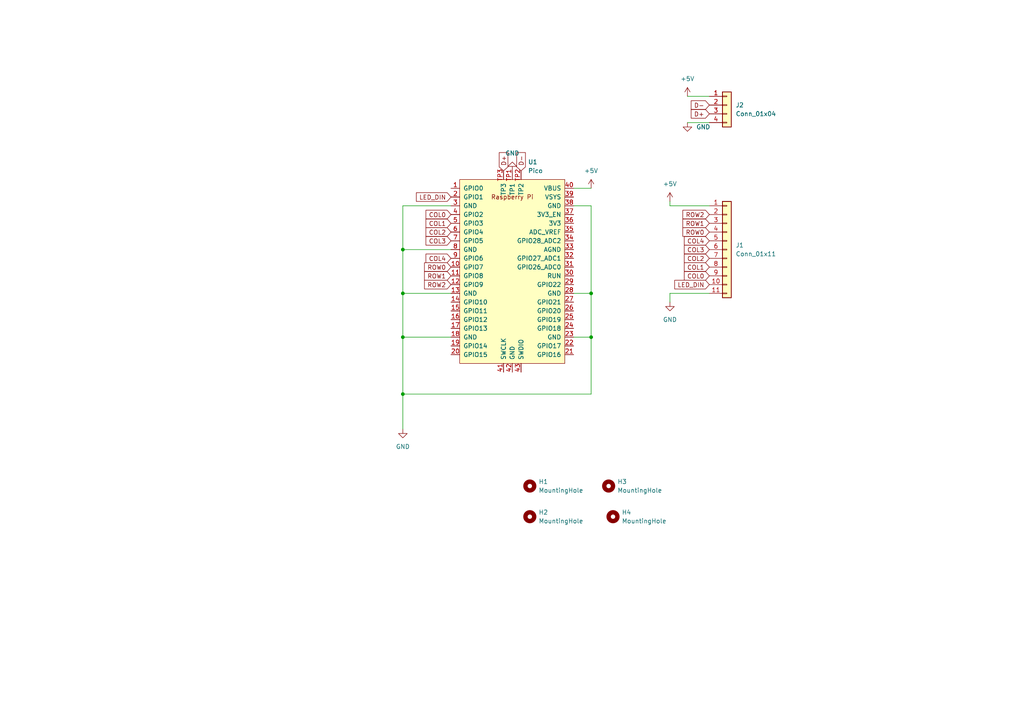
<source format=kicad_sch>
(kicad_sch (version 20211123) (generator eeschema)
  (paper "A4")
  (lib_symbols
    (symbol "Connector_Generic:Conn_01x04" (pin_names (offset 1.016) hide)
      (property "Reference" "J" (at 0 5.08 0))
      (property "Value" "Conn_01x04" (at 0 -7.62 0))
      (symbol "Conn_01x04_1_1"
        (rectangle (start -1.27 -4.953) (end 0 -5.207) (stroke (width 0.1524)))
        (rectangle (start -1.27 -2.413) (end 0 -2.667) (stroke (width 0.1524)))
        (rectangle (start -1.27 0.127) (end 0 -0.127) (stroke (width 0.1524)))
        (rectangle (start -1.27 2.667) (end 0 2.413) (stroke (width 0.1524)))
        (rectangle (start -1.27 3.81) (end 1.27 -6.35) (stroke (width 0.254)) (fill (type background)))
        (pin passive line (at -5.08 2.54 0) (length 3.81) (name "Pin_1") (number "1"))
        (pin passive line (at -5.08 0 0) (length 3.81) (name "Pin_2") (number "2"))
        (pin passive line (at -5.08 -2.54 0) (length 3.81) (name "Pin_3") (number "3"))
        (pin passive line (at -5.08 -5.08 0) (length 3.81) (name "Pin_4") (number "4"))
      )
    )
    (symbol "Connector_Generic:Conn_01x11" (pin_names (offset 1.016) hide)
      (property "Reference" "J" (at 0 15.24 0))
      (property "Value" "Conn_01x11" (at 0 -15.24 0))
      (symbol "Conn_01x11_1_1"
        (rectangle (start -1.27 -12.573) (end 0 -12.827) (stroke (width 0.1524)))
        (rectangle (start -1.27 -10.033) (end 0 -10.287) (stroke (width 0.1524)))
        (rectangle (start -1.27 -7.493) (end 0 -7.747) (stroke (width 0.1524)))
        (rectangle (start -1.27 -4.953) (end 0 -5.207) (stroke (width 0.1524)))
        (rectangle (start -1.27 -2.413) (end 0 -2.667) (stroke (width 0.1524)))
        (rectangle (start -1.27 0.127) (end 0 -0.127) (stroke (width 0.1524)))
        (rectangle (start -1.27 2.667) (end 0 2.413) (stroke (width 0.1524)))
        (rectangle (start -1.27 5.207) (end 0 4.953) (stroke (width 0.1524)))
        (rectangle (start -1.27 7.747) (end 0 7.493) (stroke (width 0.1524)))
        (rectangle (start -1.27 10.287) (end 0 10.033) (stroke (width 0.1524)))
        (rectangle (start -1.27 12.827) (end 0 12.573) (stroke (width 0.1524)))
        (rectangle (start -1.27 13.97) (end 1.27 -13.97) (stroke (width 0.254)) (fill (type background)))
        (pin passive line (at -5.08 12.7 0) (length 3.81) (name "Pin_1") (number "1"))
        (pin passive line (at -5.08 -10.16 0) (length 3.81) (name "Pin_10") (number "10"))
        (pin passive line (at -5.08 -12.7 0) (length 3.81) (name "Pin_11") (number "11"))
        (pin passive line (at -5.08 10.16 0) (length 3.81) (name "Pin_2") (number "2"))
        (pin passive line (at -5.08 7.62 0) (length 3.81) (name "Pin_3") (number "3"))
        (pin passive line (at -5.08 5.08 0) (length 3.81) (name "Pin_4") (number "4"))
        (pin passive line (at -5.08 2.54 0) (length 3.81) (name "Pin_5") (number "5"))
        (pin passive line (at -5.08 0 0) (length 3.81) (name "Pin_6") (number "6"))
        (pin passive line (at -5.08 -2.54 0) (length 3.81) (name "Pin_7") (number "7"))
        (pin passive line (at -5.08 -5.08 0) (length 3.81) (name "Pin_8") (number "8"))
        (pin passive line (at -5.08 -7.62 0) (length 3.81) (name "Pin_9") (number "9"))
      )
    )
    (symbol "MCU_RaspberryPi_and_Boards:Pico" (pin_names (offset 1.016))
      (property "Reference" "U" (at -13.97 27.94 0))
      (property "Value" "Pico" (at 0 19.05 0))
      (symbol "Pico_0_0"
        (text "Raspberry Pi" (at 0 21.59 0) (effects (font (size 1.27 1.27))))
      )
      (symbol "Pico_0_1"
        (rectangle (start -15.24 26.67) (end 15.24 -26.67) (fill (type background)))
      )
      (symbol "Pico_1_1"
        (pin bidirectional line (at -17.78 24.13 0) (length 2.54) (name "GPIO0") (number "1"))
        (pin bidirectional line (at -17.78 1.27 0) (length 2.54) (name "GPIO7") (number "10"))
        (pin bidirectional line (at -17.78 -1.27 0) (length 2.54) (name "GPIO8") (number "11"))
        (pin bidirectional line (at -17.78 -3.81 0) (length 2.54) (name "GPIO9") (number "12"))
        (pin power_in line (at -17.78 -6.35 0) (length 2.54) (name "GND") (number "13"))
        (pin bidirectional line (at -17.78 -8.89 0) (length 2.54) (name "GPIO10") (number "14"))
        (pin bidirectional line (at -17.78 -11.43 0) (length 2.54) (name "GPIO11") (number "15"))
        (pin bidirectional line (at -17.78 -13.97 0) (length 2.54) (name "GPIO12") (number "16"))
        (pin bidirectional line (at -17.78 -16.51 0) (length 2.54) (name "GPIO13") (number "17"))
        (pin power_in line (at -17.78 -19.05 0) (length 2.54) (name "GND") (number "18"))
        (pin bidirectional line (at -17.78 -21.59 0) (length 2.54) (name "GPIO14") (number "19"))
        (pin bidirectional line (at -17.78 21.59 0) (length 2.54) (name "GPIO1") (number "2"))
        (pin bidirectional line (at -17.78 -24.13 0) (length 2.54) (name "GPIO15") (number "20"))
        (pin bidirectional line (at 17.78 -24.13 180) (length 2.54) (name "GPIO16") (number "21"))
        (pin bidirectional line (at 17.78 -21.59 180) (length 2.54) (name "GPIO17") (number "22"))
        (pin power_in line (at 17.78 -19.05 180) (length 2.54) (name "GND") (number "23"))
        (pin bidirectional line (at 17.78 -16.51 180) (length 2.54) (name "GPIO18") (number "24"))
        (pin bidirectional line (at 17.78 -13.97 180) (length 2.54) (name "GPIO19") (number "25"))
        (pin bidirectional line (at 17.78 -11.43 180) (length 2.54) (name "GPIO20") (number "26"))
        (pin bidirectional line (at 17.78 -8.89 180) (length 2.54) (name "GPIO21") (number "27"))
        (pin power_in line (at 17.78 -6.35 180) (length 2.54) (name "GND") (number "28"))
        (pin bidirectional line (at 17.78 -3.81 180) (length 2.54) (name "GPIO22") (number "29"))
        (pin power_in line (at -17.78 19.05 0) (length 2.54) (name "GND") (number "3"))
        (pin input line (at 17.78 -1.27 180) (length 2.54) (name "RUN") (number "30"))
        (pin bidirectional line (at 17.78 1.27 180) (length 2.54) (name "GPIO26_ADC0") (number "31"))
        (pin bidirectional line (at 17.78 3.81 180) (length 2.54) (name "GPIO27_ADC1") (number "32"))
        (pin power_in line (at 17.78 6.35 180) (length 2.54) (name "AGND") (number "33"))
        (pin bidirectional line (at 17.78 8.89 180) (length 2.54) (name "GPIO28_ADC2") (number "34"))
        (pin unspecified line (at 17.78 11.43 180) (length 2.54) (name "ADC_VREF") (number "35"))
        (pin unspecified line (at 17.78 13.97 180) (length 2.54) (name "3V3") (number "36"))
        (pin input line (at 17.78 16.51 180) (length 2.54) (name "3V3_EN") (number "37"))
        (pin bidirectional line (at 17.78 19.05 180) (length 2.54) (name "GND") (number "38"))
        (pin unspecified line (at 17.78 21.59 180) (length 2.54) (name "VSYS") (number "39"))
        (pin bidirectional line (at -17.78 16.51 0) (length 2.54) (name "GPIO2") (number "4"))
        (pin unspecified line (at 17.78 24.13 180) (length 2.54) (name "VBUS") (number "40"))
        (pin input line (at -2.54 -29.21 90) (length 2.54) (name "SWCLK") (number "41"))
        (pin power_in line (at 0 -29.21 90) (length 2.54) (name "GND") (number "42"))
        (pin bidirectional line (at 2.54 -29.21 90) (length 2.54) (name "SWDIO") (number "43"))
        (pin bidirectional line (at -17.78 13.97 0) (length 2.54) (name "GPIO3") (number "5"))
        (pin bidirectional line (at -17.78 11.43 0) (length 2.54) (name "GPIO4") (number "6"))
        (pin bidirectional line (at -17.78 8.89 0) (length 2.54) (name "GPIO5") (number "7"))
        (pin power_in line (at -17.78 6.35 0) (length 2.54) (name "GND") (number "8"))
        (pin bidirectional line (at -17.78 3.81 0) (length 2.54) (name "GPIO6") (number "9"))
        (pin unspecified line (at 0 29.21 270) (length 2.54) (name "TP1") (number "TP1"))
        (pin bidirectional line (at 2.54 29.21 270) (length 2.54) (name "TP2") (number "TP2"))
        (pin bidirectional line (at -2.54 29.21 270) (length 2.54) (name "TP3") (number "TP3"))
      )
    )
    (symbol "Mechanical:MountingHole" (pin_names (offset 1.016))
      (property "Reference" "H" (at 0 5.08 0))
      (property "Value" "MountingHole" (at 0 3.175 0))
      (symbol "MountingHole_0_1"
        (circle (center 0 0) (radius 1.27) (stroke (width 1.27)))
      )
    )
    (symbol "power:+5V" (power) (pin_names (offset 0))
      (property "Value" "+5V" (at 0 3.556 0))
      (symbol "+5V_0_1"
        (polyline (pts (xy -0.762 1.27) (xy 0 2.54)))
        (polyline (pts (xy 0 0) (xy 0 2.54)))
        (polyline (pts (xy 0 2.54) (xy 0.762 1.27)))
      )
      (symbol "+5V_1_1"
        (pin power_in line (at 0 0 90) (length 0) hide (name "+5V") (number "1"))
      )
    )
    (symbol "power:GND" (power) (pin_names (offset 0))
      (property "Value" "GND" (at 0 -3.81 0))
      (symbol "GND_0_1"
        (polyline (pts (xy 0 0) (xy 0 -1.27) (xy 1.27 -1.27) (xy 0 -2.54) (xy -1.27 -1.27) (xy 0 -1.27)))
      )
      (symbol "GND_1_1"
        (pin power_in line (at 0 0 270) (length 0) hide (name "GND") (number "1"))
      )
    )
  )
  (junction (at 116.84 72.39))
  (junction (at 116.84 114.3))
  (junction (at 171.45 85.09))
  (junction (at 116.84 97.79))
  (junction (at 116.84 85.09))
  (junction (at 171.45 97.79))
  (wire (pts (xy 130.81 59.69) (xy 116.84 59.69)))
  (wire (pts (xy 116.84 114.3) (xy 116.84 124.46)))
  (wire (pts (xy 194.31 59.69) (xy 205.74 59.69)))
  (wire (pts (xy 166.37 59.69) (xy 171.45 59.69)))
  (wire (pts (xy 194.31 58.42) (xy 194.31 59.69)))
  (wire (pts (xy 166.37 97.79) (xy 171.45 97.79)))
  (wire (pts (xy 166.37 54.61) (xy 171.45 54.61)))
  (wire (pts (xy 130.81 72.39) (xy 116.84 72.39)))
  (wire (pts (xy 199.39 27.94) (xy 205.74 27.94)))
  (wire (pts (xy 130.81 97.79) (xy 116.84 97.79)))
  (wire (pts (xy 130.81 85.09) (xy 116.84 85.09)))
  (wire (pts (xy 166.37 85.09) (xy 171.45 85.09)))
  (wire (pts (xy 116.84 59.69) (xy 116.84 72.39)))
  (wire (pts (xy 116.84 97.79) (xy 116.84 114.3)))
  (wire (pts (xy 171.45 85.09) (xy 171.45 97.79)))
  (wire (pts (xy 171.45 97.79) (xy 171.45 114.3)))
  (wire (pts (xy 116.84 72.39) (xy 116.84 85.09)))
  (wire (pts (xy 194.31 85.09) (xy 194.31 87.63)))
  (wire (pts (xy 116.84 114.3) (xy 171.45 114.3)))
  (wire (pts (xy 116.84 85.09) (xy 116.84 97.79)))
  (wire (pts (xy 199.39 35.56) (xy 205.74 35.56)))
  (wire (pts (xy 205.74 85.09) (xy 194.31 85.09)))
  (wire (pts (xy 171.45 59.69) (xy 171.45 85.09)))
  (global_label "ROW2" (shape input) (at 205.74 62.23 180) (property "Intersheet References" "${INTERSHEET_REFS}" (effects hide)))
  (global_label "ROW0" (shape input) (at 130.81 77.47 180) (property "Intersheet References" "${INTERSHEET_REFS}" (effects hide)))
  (global_label "ROW1" (shape input) (at 130.81 80.01 180) (property "Intersheet References" "${INTERSHEET_REFS}" (effects hide)))
  (global_label "ROW0" (shape input) (at 205.74 67.31 180) (property "Intersheet References" "${INTERSHEET_REFS}" (effects hide)))
  (global_label "D-" (shape input) (at 151.13 49.53 90) (property "Intersheet References" "${INTERSHEET_REFS}" (effects hide)))
  (global_label "COL2" (shape input) (at 130.81 67.31 180) (property "Intersheet References" "${INTERSHEET_REFS}" (effects hide)))
  (global_label "D+" (shape input) (at 146.05 49.53 90) (property "Intersheet References" "${INTERSHEET_REFS}" (effects hide)))
  (global_label "LED_DIN" (shape input) (at 205.74 82.55 180) (property "Intersheet References" "${INTERSHEET_REFS}" (effects hide)))
  (global_label "COL4" (shape input) (at 205.74 69.85 180) (property "Intersheet References" "${INTERSHEET_REFS}" (effects hide)))
  (global_label "ROW2" (shape input) (at 130.81 82.55 180) (property "Intersheet References" "${INTERSHEET_REFS}" (effects hide)))
  (global_label "COL4" (shape input) (at 130.81 74.93 180) (property "Intersheet References" "${INTERSHEET_REFS}" (effects hide)))
  (global_label "ROW1" (shape input) (at 205.74 64.77 180) (property "Intersheet References" "${INTERSHEET_REFS}" (effects hide)))
  (global_label "LED_DIN" (shape input) (at 130.81 57.15 180) (property "Intersheet References" "${INTERSHEET_REFS}" (effects hide)))
  (global_label "COL3" (shape input) (at 205.74 72.39 180) (property "Intersheet References" "${INTERSHEET_REFS}" (effects hide)))
  (global_label "COL0" (shape input) (at 205.74 80.01 180) (property "Intersheet References" "${INTERSHEET_REFS}" (effects hide)))
  (global_label "COL1" (shape input) (at 130.81 64.77 180) (property "Intersheet References" "${INTERSHEET_REFS}" (effects hide)))
  (global_label "COL2" (shape input) (at 205.74 74.93 180) (property "Intersheet References" "${INTERSHEET_REFS}" (effects hide)))
  (global_label "COL1" (shape input) (at 205.74 77.47 180) (property "Intersheet References" "${INTERSHEET_REFS}" (effects hide)))
  (global_label "COL3" (shape input) (at 130.81 69.85 180) (property "Intersheet References" "${INTERSHEET_REFS}" (effects hide)))
  (global_label "COL0" (shape input) (at 130.81 62.23 180) (property "Intersheet References" "${INTERSHEET_REFS}" (effects hide)))
  (global_label "D+" (shape input) (at 205.74 33.02 180) (property "Intersheet References" "${INTERSHEET_REFS}" (effects hide)))
  (global_label "D-" (shape input) (at 205.74 30.48 180) (property "Intersheet References" "${INTERSHEET_REFS}" (effects hide)))
  (symbol (lib_id "power:GND") (at 116.84 124.46 0) (unit 1)
    (property "Reference" "#PWR0104" (effects hide))
    (property "Value" "GND" (at 116.84 129.54 0))
  )
  (symbol (lib_id "Connector_Generic:Conn_01x04") (at 210.82 30.48 0) (unit 1)
    (property "Reference" "J2" (at 213.36 30.4799 0) (effects (justify left)))
    (property "Value" "Conn_01x04" (at 213.36 33.0199 0) (effects (justify left)))
    (property "Footprint" "Connector_PinHeader_2.54mm:PinHeader_1x04_P2.54mm_Horizontal" (effects hide))
  )
  (symbol (lib_id "power:+5V") (at 171.45 54.61 0) (unit 1)
    (property "Reference" "#PWR0101" (effects hide))
    (property "Value" "+5V" (at 171.45 49.53 0))
  )
  (symbol (lib_id "Mechanical:MountingHole") (at 177.8 149.86 0) (unit 1)
    (property "Reference" "H4" (at 180.34 148.5899 0) (effects (justify left)))
    (property "Value" "MountingHole" (at 180.34 151.1299 0) (effects (justify left)))
    (property "Footprint" "MountingHole:MountingHole_2.2mm_M2" (effects hide))
  )
  (symbol (lib_id "power:GND") (at 194.31 87.63 0) (unit 1)
    (property "Reference" "#PWR0103" (effects hide))
    (property "Value" "GND" (at 194.31 92.71 0))
  )
  (symbol (lib_id "Mechanical:MountingHole") (at 153.67 140.97 0) (unit 1)
    (property "Reference" "H1" (at 156.21 139.6999 0) (effects (justify left)))
    (property "Value" "MountingHole" (at 156.21 142.2399 0) (effects (justify left)))
    (property "Footprint" "MountingHole:MountingHole_2.2mm_M2" (effects hide))
  )
  (symbol (lib_id "power:+5V") (at 194.31 58.42 0) (unit 1)
    (property "Reference" "#PWR0102" (effects hide))
    (property "Value" "+5V" (at 194.31 53.34 0))
  )
  (symbol (lib_id "Connector_Generic:Conn_01x11") (at 210.82 72.39 0) (unit 1)
    (property "Reference" "J1" (at 213.36 71.1199 0) (effects (justify left)))
    (property "Value" "Conn_01x11" (at 213.36 73.6599 0) (effects (justify left)))
    (property "Footprint" "Connector_PinHeader_2.54mm:PinHeader_1x11_P2.54mm_Vertical" (effects hide))
  )
  (symbol (lib_id "power:GND") (at 199.39 35.56 0) (unit 1)
    (property "Reference" "#PWR0106" (effects hide))
    (property "Value" "GND" (at 201.93 36.8299 0) (effects (justify left)))
  )
  (symbol (lib_id "Mechanical:MountingHole") (at 153.67 149.86 0) (unit 1)
    (property "Reference" "H2" (at 156.21 148.5899 0) (effects (justify left)))
    (property "Value" "MountingHole" (at 156.21 151.1299 0) (effects (justify left)))
    (property "Footprint" "MountingHole:MountingHole_2.2mm_M2" (effects hide))
  )
  (symbol (lib_id "MCU_RaspberryPi_and_Boards:Pico") (at 148.59 78.74 0) (unit 1)
    (property "Reference" "U1" (at 153.1494 46.99 0) (effects (justify left)))
    (property "Value" "Pico" (at 153.1494 49.53 0) (effects (justify left)))
    (property "Footprint" "MCU_RaspberryPi_and_Boards:RPi_Pico_SMD_TH" (effects hide))
  )
  (symbol (lib_id "power:GND") (at 148.59 49.53 180) (unit 1)
    (property "Reference" "#PWR0105" (effects hide))
    (property "Value" "GND" (at 148.59 44.45 0))
  )
  (symbol (lib_id "power:+5V") (at 199.39 27.94 0) (unit 1)
    (property "Reference" "#PWR0107" (effects hide))
    (property "Value" "+5V" (at 199.39 22.86 0))
  )
  (symbol (lib_id "Mechanical:MountingHole") (at 176.53 140.97 0) (unit 1)
    (property "Reference" "H3" (at 179.07 139.6999 0) (effects (justify left)))
    (property "Value" "MountingHole" (at 179.07 142.2399 0) (effects (justify left)))
    (property "Footprint" "MountingHole:MountingHole_2.2mm_M2" (effects hide))
  )
)
</source>
